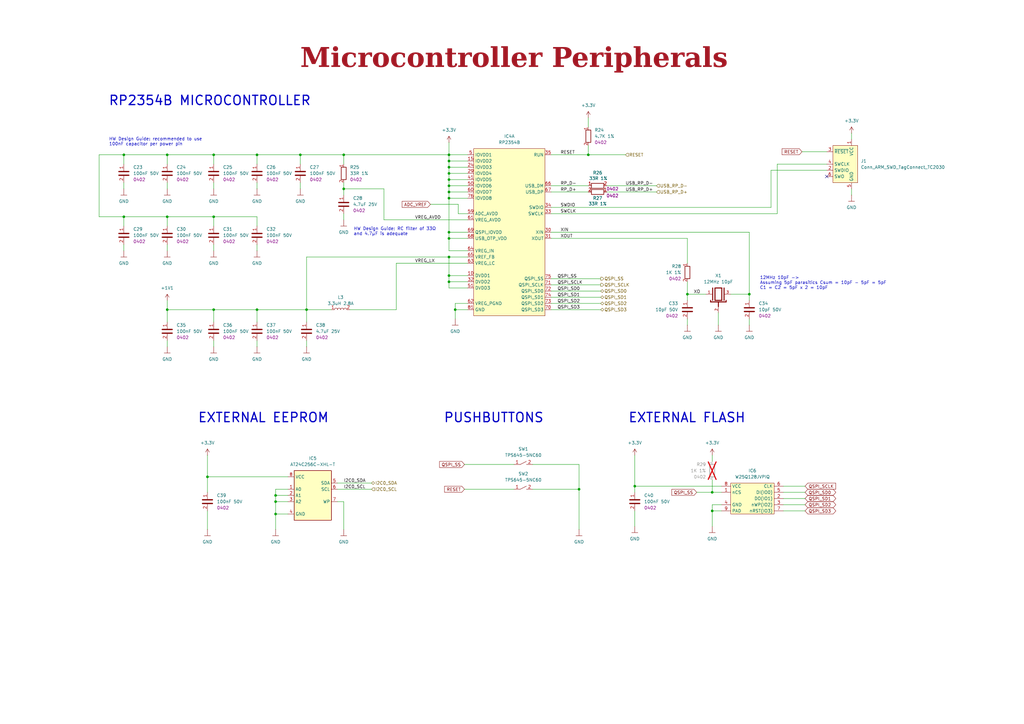
<source format=kicad_sch>
(kicad_sch (version 20250114) (generator "eeschema") (generator_version "9.0")
  (paper "A3")
  (title_block (title "Microcontroller Peripherals") (date "2026-02-05") (rev "1.0.0") (company "DvidMakesThings"))
  (text "EXTERNAL EEPROM" (at 81.026 171.45 0) (effects (font (size 3.81 3.81) (thickness 0.508) (bold yes)) (justify left)))
  (text "PUSHBUTTONS" (at 181.864 171.45 0) (effects (font (size 3.81 3.81) (thickness 0.508) (bold yes)) (justify left)))
  (text "EXTERNAL FLASH" (at 257.556 171.45 0) (effects (font (size 3.81 3.81) (thickness 0.508) (bold yes)) (justify left)))
  (text "RP2354B MICROCONTROLLER" (at 44.45 41.402 0) (effects (font (size 3.81 3.81) (thickness 0.508) (bold yes)) (justify left)))
  (text "HW Design Guide: RC filter of 33Ω\nand 4.7μF is adequate" (at 145.034 94.996 0) (effects (font (size 1.27 1.27)) (justify left)))
  (text "HW Design Guide: recommended to use\n100nF capacitor per power pin" (at 44.704 58.166 0) (effects (font (size 1.27 1.27)) (justify left)))
  (text "12MHz 10pF ->\nAssuming 5pF parasitics Csum = 10pF - 5pF = 5pF\nC1 = C2 = 5pF x 2 = 10pF" (at 311.658 116.078 0) (effects (font (size 1.27 1.27)) (justify left)))
  (text_box "Microcontroller Peripherals" (at 13.97 17.78 0) (size 393.7 12.7) (margins 5.9999 5.9999 5.9999 5.9999) (stroke (width -0.0001)) (effects (font (size 8 8) (thickness 1.2) (bold yes))))
  (junction (at 184.15 71.12))
  (junction (at 184.15 105.41))
  (junction (at 113.03 205.74))
  (junction (at 184.15 76.2))
  (junction (at 87.63 63.5))
  (junction (at 87.63 88.9))
  (junction (at 140.97 77.47))
  (junction (at 105.41 63.5))
  (junction (at 123.19 63.5))
  (junction (at 307.34 120.65))
  (junction (at 186.69 127))
  (junction (at 184.15 95.25))
  (junction (at 237.49 200.66))
  (junction (at 184.15 97.79))
  (junction (at 260.35 199.39))
  (junction (at 184.15 73.66))
  (junction (at 68.58 127))
  (junction (at 85.09 195.58))
  (junction (at 292.1 209.55))
  (junction (at 184.15 63.5))
  (junction (at 50.8 63.5))
  (junction (at 68.58 88.9))
  (junction (at 184.15 68.58))
  (junction (at 241.3 63.5))
  (junction (at 184.15 115.57))
  (junction (at 184.15 81.28))
  (junction (at 281.94 120.65))
  (junction (at 184.15 66.04))
  (junction (at 50.8 88.9))
  (junction (at 68.58 63.5))
  (junction (at 125.73 127))
  (junction (at 140.97 63.5))
  (junction (at 184.15 113.03))
  (junction (at 292.1 201.93))
  (junction (at 113.03 210.82))
  (junction (at 184.15 78.74))
  (junction (at 113.03 203.2))
  (junction (at 105.41 127))
  (junction (at 87.63 127))
  (no_connect (at 339.09 72.39))
  (wire (pts (xy 307.34 133.35) (xy 307.34 130.81)))
  (wire (pts (xy 125.73 105.41) (xy 125.73 127)))
  (wire (pts (xy 191.77 115.57) (xy 184.15 115.57)))
  (wire (pts (xy 162.56 107.95) (xy 191.77 107.95)))
  (wire (pts (xy 292.1 201.93) (xy 285.75 201.93)))
  (wire (pts (xy 68.58 92.71) (xy 68.58 88.9)))
  (wire (pts (xy 226.06 87.63) (xy 318.77 87.63)))
  (wire (pts (xy 184.15 78.74) (xy 191.77 78.74)))
  (wire (pts (xy 191.77 95.25) (xy 184.15 95.25)))
  (wire (pts (xy 191.77 113.03) (xy 184.15 113.03)))
  (wire (pts (xy 105.41 127) (xy 105.41 132.08)))
  (wire (pts (xy 87.63 88.9) (xy 68.58 88.9)))
  (wire (pts (xy 184.15 68.58) (xy 191.77 68.58)))
  (wire (pts (xy 184.15 71.12) (xy 191.77 71.12)))
  (wire (pts (xy 226.06 119.38) (xy 246.38 119.38)))
  (wire (pts (xy 226.06 127) (xy 246.38 127)))
  (wire (pts (xy 184.15 102.87) (xy 184.15 97.79)))
  (wire (pts (xy 87.63 127) (xy 105.41 127)))
  (wire (pts (xy 295.91 199.39) (xy 260.35 199.39)))
  (wire (pts (xy 113.03 203.2) (xy 113.03 205.74)))
  (wire (pts (xy 105.41 63.5) (xy 105.41 67.31)))
  (wire (pts (xy 241.3 63.5) (xy 256.54 63.5)))
  (wire (pts (xy 87.63 63.5) (xy 87.63 67.31)))
  (wire (pts (xy 321.31 199.39) (xy 330.2 199.39)))
  (wire (pts (xy 50.8 88.9) (xy 40.64 88.9)))
  (wire (pts (xy 260.35 186.69) (xy 260.35 199.39)))
  (wire (pts (xy 138.43 205.74) (xy 140.97 205.74)))
  (wire (pts (xy 157.48 90.17) (xy 191.77 90.17)))
  (wire (pts (xy 135.89 127) (xy 125.73 127)))
  (wire (pts (xy 260.35 215.9) (xy 260.35 209.55)))
  (wire (pts (xy 295.91 201.93) (xy 292.1 201.93)))
  (wire (pts (xy 321.31 207.01) (xy 330.2 207.01)))
  (wire (pts (xy 321.31 204.47) (xy 330.2 204.47)))
  (wire (pts (xy 118.11 200.66) (xy 113.03 200.66)))
  (wire (pts (xy 140.97 90.17) (xy 140.97 87.63)))
  (wire (pts (xy 87.63 63.5) (xy 105.41 63.5)))
  (wire (pts (xy 68.58 127) (xy 87.63 127)))
  (wire (pts (xy 349.25 80.01) (xy 349.25 77.47)))
  (wire (pts (xy 226.06 97.79) (xy 281.94 97.79)))
  (wire (pts (xy 218.44 190.5) (xy 237.49 190.5)))
  (wire (pts (xy 125.73 127) (xy 125.73 132.08)))
  (wire (pts (xy 191.77 97.79) (xy 184.15 97.79)))
  (wire (pts (xy 184.15 105.41) (xy 125.73 105.41)))
  (wire (pts (xy 184.15 63.5) (xy 191.77 63.5)))
  (wire (pts (xy 162.56 127) (xy 162.56 107.95)))
  (wire (pts (xy 289.56 120.65) (xy 281.94 120.65)))
  (wire (pts (xy 292.1 186.69) (xy 292.1 189.23)))
  (wire (pts (xy 241.3 48.26) (xy 241.3 52.07)))
  (wire (pts (xy 113.03 205.74) (xy 118.11 205.74)))
  (wire (pts (xy 105.41 77.47) (xy 105.41 74.93)))
  (wire (pts (xy 191.77 81.28) (xy 184.15 81.28)))
  (wire (pts (xy 184.15 81.28) (xy 184.15 78.74)))
  (wire (pts (xy 113.03 210.82) (xy 118.11 210.82)))
  (wire (pts (xy 140.97 205.74) (xy 140.97 217.17)))
  (wire (pts (xy 105.41 127) (xy 125.73 127)))
  (wire (pts (xy 140.97 63.5) (xy 184.15 63.5)))
  (wire (pts (xy 87.63 77.47) (xy 87.63 74.93)))
  (wire (pts (xy 316.23 69.85) (xy 339.09 69.85)))
  (wire (pts (xy 186.69 127) (xy 186.69 130.81)))
  (wire (pts (xy 294.64 133.35) (xy 294.64 128.27)))
  (wire (pts (xy 307.34 120.65) (xy 307.34 123.19)))
  (wire (pts (xy 184.15 118.11) (xy 184.15 115.57)))
  (wire (pts (xy 184.15 73.66) (xy 184.15 71.12)))
  (wire (pts (xy 281.94 97.79) (xy 281.94 107.95)))
  (wire (pts (xy 68.58 102.87) (xy 68.58 100.33)))
  (wire (pts (xy 316.23 85.09) (xy 316.23 69.85)))
  (wire (pts (xy 143.51 127) (xy 162.56 127)))
  (wire (pts (xy 68.58 123.19) (xy 68.58 127)))
  (wire (pts (xy 186.69 127) (xy 191.77 127)))
  (wire (pts (xy 113.03 200.66) (xy 113.03 203.2)))
  (wire (pts (xy 190.5 190.5) (xy 210.82 190.5)))
  (wire (pts (xy 50.8 63.5) (xy 50.8 67.31)))
  (wire (pts (xy 218.44 200.66) (xy 237.49 200.66)))
  (wire (pts (xy 226.06 76.2) (xy 241.3 76.2)))
  (wire (pts (xy 50.8 88.9) (xy 68.58 88.9)))
  (wire (pts (xy 318.77 67.31) (xy 339.09 67.31)))
  (wire (pts (xy 292.1 196.85) (xy 292.1 201.93)))
  (wire (pts (xy 191.77 105.41) (xy 184.15 105.41)))
  (wire (pts (xy 184.15 68.58) (xy 184.15 66.04)))
  (wire (pts (xy 191.77 118.11) (xy 184.15 118.11)))
  (wire (pts (xy 184.15 115.57) (xy 184.15 113.03)))
  (wire (pts (xy 184.15 97.79) (xy 184.15 95.25)))
  (wire (pts (xy 184.15 113.03) (xy 184.15 105.41)))
  (wire (pts (xy 113.03 205.74) (xy 113.03 210.82)))
  (wire (pts (xy 299.72 120.65) (xy 307.34 120.65)))
  (wire (pts (xy 40.64 63.5) (xy 50.8 63.5)))
  (wire (pts (xy 226.06 78.74) (xy 241.3 78.74)))
  (wire (pts (xy 307.34 95.25) (xy 307.34 120.65)))
  (wire (pts (xy 50.8 92.71) (xy 50.8 88.9)))
  (wire (pts (xy 184.15 95.25) (xy 184.15 81.28)))
  (wire (pts (xy 187.96 83.82) (xy 187.96 87.63)))
  (wire (pts (xy 50.8 63.5) (xy 68.58 63.5)))
  (wire (pts (xy 281.94 133.35) (xy 281.94 130.81)))
  (wire (pts (xy 226.06 124.46) (xy 246.38 124.46)))
  (wire (pts (xy 138.43 198.12) (xy 152.4 198.12)))
  (wire (pts (xy 85.09 195.58) (xy 85.09 201.93)))
  (wire (pts (xy 187.96 87.63) (xy 191.77 87.63)))
  (wire (pts (xy 105.41 142.24) (xy 105.41 139.7)))
  (wire (pts (xy 105.41 92.71) (xy 105.41 88.9)))
  (wire (pts (xy 50.8 102.87) (xy 50.8 100.33)))
  (wire (pts (xy 157.48 90.17) (xy 157.48 77.47)))
  (wire (pts (xy 68.58 63.5) (xy 68.58 67.31)))
  (wire (pts (xy 281.94 115.57) (xy 281.94 120.65)))
  (wire (pts (xy 184.15 71.12) (xy 184.15 68.58)))
  (wire (pts (xy 184.15 63.5) (xy 184.15 58.42)))
  (wire (pts (xy 184.15 76.2) (xy 191.77 76.2)))
  (wire (pts (xy 191.77 102.87) (xy 184.15 102.87)))
  (wire (pts (xy 157.48 77.47) (xy 140.97 77.47)))
  (wire (pts (xy 260.35 199.39) (xy 260.35 201.93)))
  (wire (pts (xy 248.92 76.2) (xy 269.24 76.2)))
  (wire (pts (xy 226.06 85.09) (xy 316.23 85.09)))
  (wire (pts (xy 186.69 124.46) (xy 186.69 127)))
  (wire (pts (xy 68.58 142.24) (xy 68.58 139.7)))
  (wire (pts (xy 68.58 77.47) (xy 68.58 74.93)))
  (wire (pts (xy 40.64 88.9) (xy 40.64 63.5)))
  (wire (pts (xy 123.19 63.5) (xy 123.19 67.31)))
  (wire (pts (xy 87.63 142.24) (xy 87.63 139.7)))
  (wire (pts (xy 105.41 88.9) (xy 87.63 88.9)))
  (wire (pts (xy 85.09 186.69) (xy 85.09 195.58)))
  (wire (pts (xy 85.09 217.17) (xy 85.09 209.55)))
  (wire (pts (xy 241.3 59.69) (xy 241.3 63.5)))
  (wire (pts (xy 113.03 203.2) (xy 118.11 203.2)))
  (wire (pts (xy 105.41 63.5) (xy 123.19 63.5)))
  (wire (pts (xy 176.53 83.82) (xy 187.96 83.82)))
  (wire (pts (xy 123.19 63.5) (xy 140.97 63.5)))
  (wire (pts (xy 138.43 200.66) (xy 152.4 200.66)))
  (wire (pts (xy 87.63 102.87) (xy 87.63 100.33)))
  (wire (pts (xy 295.91 207.01) (xy 292.1 207.01)))
  (wire (pts (xy 226.06 121.92) (xy 246.38 121.92)))
  (wire (pts (xy 184.15 78.74) (xy 184.15 76.2)))
  (wire (pts (xy 50.8 77.47) (xy 50.8 74.93)))
  (wire (pts (xy 248.92 78.74) (xy 269.24 78.74)))
  (wire (pts (xy 328.93 62.23) (xy 339.09 62.23)))
  (wire (pts (xy 184.15 73.66) (xy 191.77 73.66)))
  (wire (pts (xy 184.15 66.04) (xy 191.77 66.04)))
  (wire (pts (xy 226.06 116.84) (xy 246.38 116.84)))
  (wire (pts (xy 85.09 195.58) (xy 118.11 195.58)))
  (wire (pts (xy 281.94 120.65) (xy 281.94 123.19)))
  (wire (pts (xy 105.41 102.87) (xy 105.41 100.33)))
  (wire (pts (xy 184.15 76.2) (xy 184.15 73.66)))
  (wire (pts (xy 226.06 114.3) (xy 246.38 114.3)))
  (wire (pts (xy 140.97 77.47) (xy 140.97 80.01)))
  (wire (pts (xy 87.63 88.9) (xy 87.63 92.71)))
  (wire (pts (xy 184.15 66.04) (xy 184.15 63.5)))
  (wire (pts (xy 140.97 74.93) (xy 140.97 77.47)))
  (wire (pts (xy 237.49 200.66) (xy 237.49 217.17)))
  (wire (pts (xy 123.19 77.47) (xy 123.19 74.93)))
  (wire (pts (xy 190.5 200.66) (xy 210.82 200.66)))
  (wire (pts (xy 292.1 207.01) (xy 292.1 209.55)))
  (wire (pts (xy 349.25 54.61) (xy 349.25 57.15)))
  (wire (pts (xy 321.31 201.93) (xy 330.2 201.93)))
  (wire (pts (xy 68.58 132.08) (xy 68.58 127)))
  (wire (pts (xy 321.31 209.55) (xy 330.2 209.55)))
  (wire (pts (xy 237.49 190.5) (xy 237.49 200.66)))
  (wire (pts (xy 87.63 127) (xy 87.63 132.08)))
  (wire (pts (xy 125.73 142.24) (xy 125.73 139.7)))
  (wire (pts (xy 68.58 63.5) (xy 87.63 63.5)))
  (wire (pts (xy 226.06 95.25) (xy 307.34 95.25)))
  (wire (pts (xy 292.1 209.55) (xy 292.1 215.9)))
  (wire (pts (xy 140.97 67.31) (xy 140.97 63.5)))
  (wire (pts (xy 191.77 124.46) (xy 186.69 124.46)))
  (wire (pts (xy 226.06 63.5) (xy 241.3 63.5)))
  (wire (pts (xy 292.1 209.55) (xy 295.91 209.55)))
  (wire (pts (xy 318.77 87.63) (xy 318.77 67.31)))
  (wire (pts (xy 113.03 210.82) (xy 113.03 217.17)))
  (label "I2C0_SDA" (at 140.97 198.12 0))
  (label "QSPI_SD0" (at 228.6 119.38 0))
  (label "QSPI_SD1" (at 228.6 121.92 0))
  (label "USB_RP_D-" (at 256.54 76.2 0))
  (label "XIN" (at 229.87 95.25 0))
  (label "USB_RP_D+" (at 256.54 78.74 0))
  (label "SWDIO" (at 229.87 85.09 0))
  (label "QSPI_SCLK" (at 228.6 116.84 0))
  (label "RESET" (at 229.87 63.5 0))
  (label "VREG_AVDD" (at 170.18 90.17 0))
  (label "XOUT" (at 229.87 97.79 0))
  (label "QSPI_SD2" (at 228.6 124.46 0))
  (label "QSPI_SS" (at 228.6 114.3 0))
  (label "QSPI_SD3" (at 228.6 127 0))
  (label "I2C0_SCL" (at 140.97 200.66 0))
  (label "RP_D-" (at 229.87 76.2 0))
  (label "RP_D+" (at 229.87 78.74 0))
  (label "VREG_LX" (at 170.18 107.95 0))
  (label "XO" (at 284.48 120.65 0))
  (label "SWCLK" (at 229.87 87.63 0))
  (global_label "RESET" (shape input) (at 328.93 62.23 180) (property "Intersheetrefs" "${INTERSHEET_REFS}" (effects (hide yes))))
  (global_label "QSPI_SD0" (shape bidirectional) (at 330.2 201.93 0) (property "Intersheetrefs" "${INTERSHEET_REFS}" (effects (hide yes))))
  (global_label "QSPI_SD1" (shape bidirectional) (at 330.2 204.47 0) (property "Intersheetrefs" "${INTERSHEET_REFS}" (effects (hide yes))))
  (global_label "QSPI_SS" (shape input) (at 190.5 190.5 180) (property "Intersheetrefs" "${INTERSHEET_REFS}" (effects (hide yes))))
  (global_label "RESET" (shape input) (at 190.5 200.66 180) (property "Intersheetrefs" "${INTERSHEET_REFS}" (effects (hide yes))))
  (global_label "QSPI_SCLK" (shape input) (at 330.2 199.39 0) (property "Intersheetrefs" "${INTERSHEET_REFS}" (effects (hide yes))))
  (global_label "ADC_VREF" (shape input) (at 176.53 83.82 180) (property "Intersheetrefs" "${INTERSHEET_REFS}" (effects (hide yes))))
  (global_label "QSPI_SD3" (shape bidirectional) (at 330.2 209.55 0) (property "Intersheetrefs" "${INTERSHEET_REFS}" (effects (hide yes))))
  (global_label "QSPI_SD2" (shape bidirectional) (at 330.2 207.01 0) (property "Intersheetrefs" "${INTERSHEET_REFS}" (effects (hide yes))))
  (global_label "QSPI_SS" (shape input) (at 285.75 201.93 180) (property "Intersheetrefs" "${INTERSHEET_REFS}" (effects (hide yes))))
  (hierarchical_label "QSPI_SD2" (shape bidirectional) (at 246.38 124.46 0))
  (hierarchical_label "QSPI_SD1" (shape bidirectional) (at 246.38 121.92 0))
  (hierarchical_label "QSPI_SCLK" (shape output) (at 246.38 116.84 0))
  (hierarchical_label "USB_RP_D-" (shape input) (at 269.24 76.2 0))
  (hierarchical_label "QSPI_SD0" (shape bidirectional) (at 246.38 119.38 0))
  (hierarchical_label "I2C0_SDA" (shape bidirectional) (at 152.4 198.12 0))
  (hierarchical_label "I2C0_SCL" (shape input) (at 152.4 200.66 0))
  (hierarchical_label "QSPI_SD3" (shape bidirectional) (at 246.38 127 0))
  (hierarchical_label "QSPI_SS" (shape output) (at 246.38 114.3 0))
  (hierarchical_label "USB_RP_D+" (shape input) (at 269.24 78.74 0))
  (hierarchical_label "RESET" (shape input) (at 256.54 63.5 0))
  (symbol (lib_id "DS_Supply:GND") (at 113.03 217.17 0) (unit 1)
    (property "Reference" "#PWR079" (effects (hide yes)))
    (property "Value" "GND" (at 113.03 222.25 0))
    (property "Description" "Power symbol creates a global label with name \"GND\" , ground" (effects (hide yes)))
  )
  (symbol (lib_id "power:+3.3V") (at 292.1 186.69 0) (unit 1)
    (property "Reference" "#PWR075" (effects (hide yes)))
    (property "Value" "+3.3V" (at 292.1 181.61 0))
    (property "Description" "Power symbol creates a global label with name \"+3.3V\"" (effects (hide yes)))
  )
  (symbol (lib_id "DS_Capacitor_0402:100nF 50V 0402") (at 105.41 71.12 0) (unit 1)
    (property "Reference" "C26" (at 109.22 68.5799 0) (effects (justify left)))
    (property "Value" "100nF 50V" (at 109.22 71.1199 0) (effects (justify left)))
    (property "Footprint" "Capacitor_SMD:C_0402_1005Metric" (effects (hide yes)))
    (property "Description" "50V 100nF X7R ±10% 0402 Multilayer Ceramic Capacitors MLCC - SMD/SMT ROHS" (effects (hide yes)))
    (property "FOOTPRINT_SHORT" "0402" (at 109.22 73.6599 0) (effects (justify left)))
    (property "ROHS" "YES" (effects (hide yes)))
    (property "LCSC_PART" "C307331" (effects (hide yes)))
  )
  (symbol (lib_id "DS_Supply:GND") (at 349.25 80.01 0) (unit 1)
    (property "Reference" "#PWR058" (effects (hide yes)))
    (property "Value" "GND" (at 349.25 85.09 0))
    (property "Description" "Power symbol creates a global label with name \"GND\" , ground" (effects (hide yes)))
  )
  (symbol (lib_id "DS_Resistor_0402:1K 1% 0402") (at 281.94 111.76 0) (unit 1)
    (property "Reference" "R28" (at 279.4 109.2199 0) (effects (justify right)))
    (property "Value" "1K 1%" (at 279.4 111.7599 0) (effects (justify right)))
    (property "Footprint" "Resistor_SMD:R_0402_1005Metric" (effects (hide yes)))
    (property "Description" "62.5mW Thick Film Resistors 50V ±100ppm/℃ ±1% 1kΩ 0402 Chip Resistor - Surface Mount ROHS" (effects (hide yes)))
    (property "LCSC_PART" "C11702" (effects (hide yes)))
    (property "ROHS" "YES" (effects (hide yes)))
    (property "FOOTPRINT_SHORT" "0402" (at 279.4 114.2999 0) (effects (justify right)))
    (property "MFR" "FH" (effects (hide yes)))
  )
  (symbol (lib_id "DS_Supply:GND") (at 87.63 102.87 0) (unit 1)
    (property "Reference" "#PWR062" (effects (hide yes)))
    (property "Value" "GND" (at 87.63 107.95 0))
    (property "Description" "Power symbol creates a global label with name \"GND\" , ground" (effects (hide yes)))
  )
  (symbol (lib_id "DS_Capacitor_0402:100nF 50V 0402") (at 68.58 96.52 0) (unit 1)
    (property "Reference" "C30" (at 72.39 93.9799 0) (effects (justify left)))
    (property "Value" "100nF 50V" (at 72.39 96.5199 0) (effects (justify left)))
    (property "Footprint" "Capacitor_SMD:C_0402_1005Metric" (effects (hide yes)))
    (property "Description" "50V 100nF X7R ±10% 0402 Multilayer Ceramic Capacitors MLCC - SMD/SMT ROHS" (effects (hide yes)))
    (property "FOOTPRINT_SHORT" "0402" (at 72.39 99.0599 0) (effects (justify left)))
    (property "ROHS" "YES" (effects (hide yes)))
    (property "LCSC_PART" "C307331" (effects (hide yes)))
  )
  (symbol (lib_id "DS_Resistor_0402:4.7K 1% 0402") (at 241.3 55.88 0) (unit 1)
    (property "Reference" "R24" (at 243.84 53.3399 0) (effects (justify left)))
    (property "Value" "4.7K 1%" (at 243.84 55.8799 0) (effects (justify left)))
    (property "Footprint" "Resistor_SMD:R_0402_1005Metric" (effects (hide yes)))
    (property "Description" "62.5mW Thick Film Resistors 50V ±100ppm/℃ ±1% 4.7kΩ 0402 Chip Resistor - Surface Mount ROHS" (effects (hide yes)))
    (property "LCSC_PART" "C25900" (effects (hide yes)))
    (property "ROHS" "YES" (effects (hide yes)))
    (property "FOOTPRINT_SHORT" "0402" (at 243.84 58.4199 0) (effects (justify left)))
  )
  (symbol (lib_id "power:+3.3V") (at 85.09 186.69 0) (unit 1)
    (property "Reference" "#PWR073" (effects (hide yes)))
    (property "Value" "+3.3V" (at 85.09 181.61 0))
    (property "Description" "Power symbol creates a global label with name \"+3.3V\"" (effects (hide yes)))
  )
  (symbol (lib_id "DS_Supply:GND") (at 105.41 77.47 0) (unit 1)
    (property "Reference" "#PWR056" (effects (hide yes)))
    (property "Value" "GND" (at 105.41 82.55 0))
    (property "Description" "Power symbol creates a global label with name \"GND\" , ground" (effects (hide yes)))
  )
  (symbol (lib_id "DS_Switch:Tact_Switch") (at 214.63 190.5 0) (unit 1)
    (property "Reference" "SW1" (at 214.63 184.15 0))
    (property "Value" "TPS645-5NC60" (at 214.63 186.69 0))
    (property "Footprint" "DS_Switch:SW_TS04-66-43-BK-160-SMT" (effects (hide yes)))
    (property "Datasheet" "https://jlcpcb.com/api/file/downloadByFileSystemAccessId/8603189871485857792" (effects (hide yes)))
    (property "Description" "Tactile Switch/Push Button Switch ROHS" (effects (hide yes)))
    (property "MFR" "ROCPU " (effects (hide yes)))
    (property "MPN" "TPS645-5NC60" (effects (hide yes)))
    (property "LCSC_PART" "C19191552" (effects (hide yes)))
    (property "ROHS" "YES" (effects (hide yes)))
  )
  (symbol (lib_id "DS_Supply:GND") (at 50.8 102.87 0) (unit 1)
    (property "Reference" "#PWR060" (effects (hide yes)))
    (property "Value" "GND" (at 50.8 107.95 0))
    (property "Description" "Power symbol creates a global label with name \"GND\" , ground" (effects (hide yes)))
  )
  (symbol (lib_id "DS_Capacitor_0402:100nF 50V 0402") (at 260.35 205.74 0) (unit 1)
    (property "Reference" "C40" (at 264.16 203.1999 0) (effects (justify left)))
    (property "Value" "100nF 50V" (at 264.16 205.7399 0) (effects (justify left)))
    (property "Footprint" "Capacitor_SMD:C_0402_1005Metric" (effects (hide yes)))
    (property "Description" "50V 100nF X7R ±10% 0402 Multilayer Ceramic Capacitors MLCC - SMD/SMT ROHS" (effects (hide yes)))
    (property "FOOTPRINT_SHORT" "0402" (at 264.16 208.2799 0) (effects (justify left)))
    (property "ROHS" "YES" (effects (hide yes)))
    (property "LCSC_PART" "C307331" (effects (hide yes)))
  )
  (symbol (lib_id "DS_Supply:GND") (at 186.69 130.81 0) (unit 1)
    (property "Reference" "#PWR065" (effects (hide yes)))
    (property "Value" "GND" (at 186.69 135.89 0))
    (property "Description" "Power symbol creates a global label with name \"GND\" , ground" (effects (hide yes)))
  )
  (symbol (lib_id "DS_Supply:GND") (at 68.58 102.87 0) (unit 1)
    (property "Reference" "#PWR061" (effects (hide yes)))
    (property "Value" "GND" (at 68.58 107.95 0))
    (property "Description" "Power symbol creates a global label with name \"GND\" , ground" (effects (hide yes)))
  )
  (symbol (lib_id "DS_Inductor:3.3uH_2.8A") (at 139.7 127 0) (unit 1)
    (property "Reference" "L3" (at 139.7 121.92 0))
    (property "Value" "3.3uH 2.8A" (at 139.7 124.46 0))
    (property "Footprint" "DS_Inductor:0805" (effects (hide yes)))
    (property "Datasheet" "https://abracon.com/datasheets/AOTA-B201610S3R3-101-T.pdf" (effects (hide yes)))
    (property "Description" "MINI MOLDED POWER INDUCTOR (3.3µH )" (effects (hide yes)))
    (property "LCSC_PART" "C42411119" (effects (hide yes)))
    (property "ROHS" "YES" (effects (hide yes)))
    (property "MPN" "AOTA-B201610S3R3-101-T" (effects (hide yes)))
    (property "MFR" "Abracon " (effects (hide yes)))
  )
  (symbol (lib_id "DS_Supply:GND") (at 68.58 77.47 0) (unit 1)
    (property "Reference" "#PWR054" (effects (hide yes)))
    (property "Value" "GND" (at 68.58 82.55 0))
    (property "Description" "Power symbol creates a global label with name \"GND\" , ground" (effects (hide yes)))
  )
  (symbol (lib_id "DS_Capacitor_0402:100nF 50V 0402") (at 68.58 135.89 0) (unit 1)
    (property "Reference" "C35" (at 72.39 133.3499 0) (effects (justify left)))
    (property "Value" "100nF 50V" (at 72.39 135.8899 0) (effects (justify left)))
    (property "Footprint" "Capacitor_SMD:C_0402_1005Metric" (effects (hide yes)))
    (property "Description" "50V 100nF X7R ±10% 0402 Multilayer Ceramic Capacitors MLCC - SMD/SMT ROHS" (effects (hide yes)))
    (property "FOOTPRINT_SHORT" "0402" (at 72.39 138.4299 0) (effects (justify left)))
    (property "ROHS" "YES" (effects (hide yes)))
    (property "LCSC_PART" "C307331" (effects (hide yes)))
  )
  (symbol (lib_id "DS_Capacitor_0402:100nF 50V 0402") (at 85.09 205.74 0) (unit 1)
    (property "Reference" "C39" (at 88.9 203.1999 0) (effects (justify left)))
    (property "Value" "100nF 50V" (at 88.9 205.7399 0) (effects (justify left)))
    (property "Footprint" "Capacitor_SMD:C_0402_1005Metric" (effects (hide yes)))
    (property "Description" "50V 100nF X7R ±10% 0402 Multilayer Ceramic Capacitors MLCC - SMD/SMT ROHS" (effects (hide yes)))
    (property "FOOTPRINT_SHORT" "0402" (at 88.9 208.2799 0) (effects (justify left)))
    (property "ROHS" "YES" (effects (hide yes)))
    (property "LCSC_PART" "C307331" (effects (hide yes)))
  )
  (symbol (lib_id "DS_Capacitor_0402:100nF 50V 0402") (at 50.8 96.52 0) (unit 1)
    (property "Reference" "C29" (at 54.61 93.9799 0) (effects (justify left)))
    (property "Value" "100nF 50V" (at 54.61 96.5199 0) (effects (justify left)))
    (property "Footprint" "Capacitor_SMD:C_0402_1005Metric" (effects (hide yes)))
    (property "Description" "50V 100nF X7R ±10% 0402 Multilayer Ceramic Capacitors MLCC - SMD/SMT ROHS" (effects (hide yes)))
    (property "FOOTPRINT_SHORT" "0402" (at 54.61 99.0599 0) (effects (justify left)))
    (property "ROHS" "YES" (effects (hide yes)))
    (property "LCSC_PART" "C307331" (effects (hide yes)))
  )
  (symbol (lib_id "DS_Supply:GND") (at 85.09 217.17 0) (unit 1)
    (property "Reference" "#PWR078" (effects (hide yes)))
    (property "Value" "GND" (at 85.09 222.25 0))
    (property "Description" "Power symbol creates a global label with name \"GND\" , ground" (effects (hide yes)))
  )
  (symbol (lib_id "DS_Supply:GND") (at 307.34 133.35 0) (unit 1)
    (property "Reference" "#PWR068" (effects (hide yes)))
    (property "Value" "GND" (at 307.34 138.43 0))
    (property "Description" "Power symbol creates a global label with name \"GND\" , ground" (effects (hide yes)))
  )
  (symbol (lib_id "DS_Resistor_0402:33R 1% 0402") (at 140.97 71.12 0) (unit 1)
    (property "Reference" "R25" (at 143.51 68.5799 0) (effects (justify left)))
    (property "Value" "33R 1%" (at 143.51 71.1199 0) (effects (justify left)))
    (property "Footprint" "Resistor_SMD:R_0402_1005Metric" (effects (hide yes)))
    (property "Description" "-55℃~+155℃ 33Ω 50V 62.5mW Thick Film Resistor ±1% ±100ppm/℃ 0402 Chip Resistor - Surface Mount ROHS" (effects (hide yes)))
    (property "LCSC_PART" "C25105" (effects (hide yes)))
    (property "ROHS" "YES" (effects (hide yes)))
    (property "FOOTPRINT_SHORT" "0402" (at 143.51 73.6599 0) (effects (justify left)))
    (property "MFR" "ROHM" (effects (hide yes)))
  )
  (symbol (lib_id "DS_Capacitor_0402:10pF 50V 0402") (at 307.34 127 0) (unit 1)
    (property "Reference" "C34" (at 311.15 124.4599 0) (effects (justify left)))
    (property "Value" "10pF 50V" (at 311.15 126.9999 0) (effects (justify left)))
    (property "Footprint" "Capacitor_SMD:C_0402_1005Metric" (effects (hide yes)))
    (property "Description" "10pF 50V C0G ±5% 0402 Multilayer Ceramic Capacitors MLCC - SMD/SMT ROHS" (effects (hide yes)))
    (property "FOOTPRINT_SHORT" "0402" (at 311.15 129.5399 0) (effects (justify left)))
    (property "ROHS" "YES" (effects (hide yes)))
    (property "LCSC_PART" "C466222" (effects (hide yes)))
    (property "MFR" "CCTC" (effects (hide yes)))
  )
  (symbol (lib_id "power:+3.3V") (at 260.35 186.69 0) (unit 1)
    (property "Reference" "#PWR074" (effects (hide yes)))
    (property "Value" "+3.3V" (at 260.35 181.61 0))
    (property "Description" "Power symbol creates a global label with name \"+3.3V\"" (effects (hide yes)))
  )
  (symbol (lib_id "DS_Capacitor_0402:10pF 50V 0402") (at 281.94 127 0) (mirror y) (unit 1)
    (property "Reference" "C33" (at 278.13 124.4599 0) (effects (justify left)))
    (property "Value" "10pF 50V" (at 278.13 126.9999 0) (effects (justify left)))
    (property "Footprint" "Capacitor_SMD:C_0402_1005Metric" (effects (hide yes)))
    (property "Description" "10pF 50V C0G ±5% 0402 Multilayer Ceramic Capacitors MLCC - SMD/SMT ROHS" (effects (hide yes)))
    (property "FOOTPRINT_SHORT" "0402" (at 278.13 129.5399 0) (effects (justify left)))
    (property "ROHS" "YES" (effects (hide yes)))
    (property "LCSC_PART" "C466222" (effects (hide yes)))
    (property "MFR" "CCTC" (effects (hide yes)))
  )
  (symbol (lib_id "power:+1V1") (at 68.58 123.19 0) (unit 1)
    (property "Reference" "#PWR064" (effects (hide yes)))
    (property "Value" "+1V1" (at 68.58 118.11 0))
    (property "Description" "Power symbol creates a global label with name \"+1V1\"" (effects (hide yes)))
  )
  (symbol (lib_id "DS_Supply:GND") (at 105.41 102.87 0) (unit 1)
    (property "Reference" "#PWR063" (effects (hide yes)))
    (property "Value" "GND" (at 105.41 107.95 0))
    (property "Description" "Power symbol creates a global label with name \"GND\" , ground" (effects (hide yes)))
  )
  (symbol (lib_id "DS_Capacitor_0402:4.7uF 25V 0402") (at 125.73 135.89 0) (unit 1)
    (property "Reference" "C38" (at 129.54 133.3499 0) (effects (justify left)))
    (property "Value" "4.7uF 25V" (at 129.54 135.8899 0) (effects (justify left)))
    (property "Footprint" "Capacitor_SMD:C_0402_1005Metric" (effects (hide yes)))
    (property "Description" "25V 4.7uF X5R ±20% 0402 Multilayer Ceramic Capacitors MLCC - SMD/SMT ROHS" (effects (hide yes)))
    (property "FOOTPRINT_SHORT" "0402" (at 129.54 138.4299 0) (effects (justify left)))
    (property "ROHS" "YES" (effects (hide yes)))
    (property "LCSC_PART" "C22367824" (effects (hide yes)))
    (property "MFR" "Murata" (effects (hide yes)))
  )
  (symbol (lib_id "DS_Memory:W25Q128JVPIQ") (at 308.61 204.47 0) (unit 1)
    (property "Reference" "IC6" (at 308.61 193.04 0))
    (property "Value" "W25Q128JVPIQ" (at 308.61 195.58 0))
    (property "Footprint" "DS_Memory:WSON8_6x5" (effects (hide yes)))
    (property "Datasheet" "https://www.winbond.com/resource-files/w25q128jv%20revf%2003272018%20plus.pdf" (effects (hide yes)))
    (property "Description" "FLASH - NOR Memory IC 128Mbit SPI - Quad I/O, QPI 133 MHz 8-WSON (6x5)" (effects (hide yes)))
    (property "MPN" "W25Q128JVPIQ" (effects (hide yes)))
    (property "MFR" "Winbond Electronics" (effects (hide yes)))
    (property "ROHS" "YES" (effects (hide yes)))
    (property "LCSC_PART" "C190862" (effects (hide yes)))
  )
  (symbol (lib_id "DS_Capacitor_0402:100nF 50V 0402") (at 50.8 71.12 0) (unit 1)
    (property "Reference" "C23" (at 54.61 68.5799 0) (effects (justify left)))
    (property "Value" "100nF 50V" (at 54.61 71.1199 0) (effects (justify left)))
    (property "Footprint" "Capacitor_SMD:C_0402_1005Metric" (effects (hide yes)))
    (property "Description" "50V 100nF X7R ±10% 0402 Multilayer Ceramic Capacitors MLCC - SMD/SMT ROHS" (effects (hide yes)))
    (property "FOOTPRINT_SHORT" "0402" (at 54.61 73.6599 0) (effects (justify left)))
    (property "ROHS" "YES" (effects (hide yes)))
    (property "LCSC_PART" "C307331" (effects (hide yes)))
  )
  (symbol (lib_id "DS_Capacitor_0402:100nF 50V 0402") (at 105.41 96.52 0) (unit 1)
    (property "Reference" "C32" (at 109.22 93.9799 0) (effects (justify left)))
    (property "Value" "100nF 50V" (at 109.22 96.5199 0) (effects (justify left)))
    (property "Footprint" "Capacitor_SMD:C_0402_1005Metric" (effects (hide yes)))
    (property "Description" "50V 100nF X7R ±10% 0402 Multilayer Ceramic Capacitors MLCC - SMD/SMT ROHS" (effects (hide yes)))
    (property "FOOTPRINT_SHORT" "0402" (at 109.22 99.0599 0) (effects (justify left)))
    (property "ROHS" "YES" (effects (hide yes)))
    (property "LCSC_PART" "C307331" (effects (hide yes)))
  )
  (symbol (lib_id "DS_Microcontroller:RP2354B") (at 208.28 95.25 0) (unit 1)
    (property "Reference" "IC4" (at 208.915 55.88 0))
    (property "Value" "RP2354B" (at 208.915 58.42 0))
    (property "Footprint" "DS_Microcontroller:QFN80_10x10" (effects (hide yes)))
    (property "Datasheet" "https://pip-assets.raspberrypi.com/categories/1214-rp2350/documents/RP-008373-DS-2-rp2350-datasheet.pdf?disposition=inline" (effects (hide yes)))
    (property "Description" "QFN-80-EP(10x10) Microcontrollers (MCU/MPU/SOC) ROHS" (effects (hide yes)))
    (property "LCSC_PART" "C39843328" (effects (hide yes)))
    (property "MFR" "Raspberry Pi " (effects (hide yes)))
    (property "MPN" "RP2354B" (effects (hide yes)))
    (property "ROHS" "YES" (effects (hide yes)))
  )
  (symbol (lib_id "DS_Supply:GND") (at 87.63 77.47 0) (unit 1)
    (property "Reference" "#PWR055" (effects (hide yes)))
    (property "Value" "GND" (at 87.63 82.55 0))
    (property "Description" "Power symbol creates a global label with name \"GND\" , ground" (effects (hide yes)))
  )
  (symbol (lib_id "DS_Capacitor_0402:100nF 50V 0402") (at 105.41 135.89 0) (unit 1)
    (property "Reference" "C37" (at 109.22 133.3499 0) (effects (justify left)))
    (property "Value" "100nF 50V" (at 109.22 135.8899 0) (effects (justify left)))
    (property "Footprint" "Capacitor_SMD:C_0402_1005Metric" (effects (hide yes)))
    (property "Description" "50V 100nF X7R ±10% 0402 Multilayer Ceramic Capacitors MLCC - SMD/SMT ROHS" (effects (hide yes)))
    (property "FOOTPRINT_SHORT" "0402" (at 109.22 138.4299 0) (effects (justify left)))
    (property "ROHS" "YES" (effects (hide yes)))
    (property "LCSC_PART" "C307331" (effects (hide yes)))
  )
  (symbol (lib_id "DS_Supply:GND") (at 123.19 77.47 0) (unit 1)
    (property "Reference" "#PWR057" (effects (hide yes)))
    (property "Value" "GND" (at 123.19 82.55 0))
    (property "Description" "Power symbol creates a global label with name \"GND\" , ground" (effects (hide yes)))
  )
  (symbol (lib_id "DS_Supply:GND") (at 50.8 77.47 0) (unit 1)
    (property "Reference" "#PWR053" (effects (hide yes)))
    (property "Value" "GND" (at 50.8 82.55 0))
    (property "Description" "Power symbol creates a global label with name \"GND\" , ground" (effects (hide yes)))
  )
  (symbol (lib_id "DS_Supply:GND") (at 140.97 90.17 0) (unit 1)
    (property "Reference" "#PWR059" (effects (hide yes)))
    (property "Value" "GND" (at 140.97 95.25 0))
    (property "Description" "Power symbol creates a global label with name \"GND\" , ground" (effects (hide yes)))
  )
  (symbol (lib_id "DS_Supply:GND") (at 125.73 142.24 0) (unit 1)
    (property "Reference" "#PWR072" (effects (hide yes)))
    (property "Value" "GND" (at 125.73 147.32 0))
    (property "Description" "Power symbol creates a global label with name \"GND\" , ground" (effects (hide yes)))
  )
  (symbol (lib_id "power:+3.3V") (at 184.15 58.42 0) (unit 1)
    (property "Reference" "#PWR052" (effects (hide yes)))
    (property "Value" "+3.3V" (at 184.15 53.34 0))
    (property "Description" "Power symbol creates a global label with name \"+3.3V\"" (effects (hide yes)))
  )
  (symbol (lib_id "DS_Supply:GND") (at 105.41 142.24 0) (unit 1)
    (property "Reference" "#PWR071" (effects (hide yes)))
    (property "Value" "GND" (at 105.41 147.32 0))
    (property "Description" "Power symbol creates a global label with name \"GND\" , ground" (effects (hide yes)))
  )
  (symbol (lib_id "power:+3.3V") (at 241.3 48.26 0) (unit 1)
    (property "Reference" "#PWR050" (effects (hide yes)))
    (property "Value" "+3.3V" (at 241.3 43.18 0))
    (property "Description" "Power symbol creates a global label with name \"+3.3V\"" (effects (hide yes)))
  )
  (symbol (lib_id "power:+3.3V") (at 349.25 54.61 0) (unit 1)
    (property "Reference" "#PWR051" (effects (hide yes)))
    (property "Value" "+3.3V" (at 349.25 49.53 0))
    (property "Description" "Power symbol creates a global label with name \"+3.3V\"" (effects (hide yes)))
  )
  (symbol (lib_id "Connector:Conn_ARM_SWD_TagConnect_TC2030") (at 346.71 67.31 0) (mirror y) (unit 1) (in_bom no)
    (property "Reference" "J1" (at 353.06 66.0399 0) (effects (justify right)))
    (property "Value" "Conn_ARM_SWD_TagConnect_TC2030" (at 353.06 68.5799 0) (effects (justify right)))
    (property "Footprint" "Connector:Tag-Connect_TC2030-IDC-FP_2x03_P1.27mm_Vertical" (effects (hide yes)))
    (property "Datasheet" "https://www.tag-connect.com/wp-content/uploads/bsk-pdf-manager/TC2030-CTX_1.pdf" (effects (hide yes)))
    (property "Description" "Tag-Connect ARM Cortex SWD JTAG connector, 6 pin" (effects (hide yes)))
  )
  (symbol (lib_id "DS_Supply:GND") (at 68.58 142.24 0) (unit 1)
    (property "Reference" "#PWR069" (effects (hide yes)))
    (property "Value" "GND" (at 68.58 147.32 0))
    (property "Description" "Power symbol creates a global label with name \"GND\" , ground" (effects (hide yes)))
  )
  (symbol (lib_id "DS_Capacitor_0402:100nF 50V 0402") (at 87.63 135.89 0) (unit 1)
    (property "Reference" "C36" (at 91.44 133.3499 0) (effects (justify left)))
    (property "Value" "100nF 50V" (at 91.44 135.8899 0) (effects (justify left)))
    (property "Footprint" "Capacitor_SMD:C_0402_1005Metric" (effects (hide yes)))
    (property "Description" "50V 100nF X7R ±10% 0402 Multilayer Ceramic Capacitors MLCC - SMD/SMT ROHS" (effects (hide yes)))
    (property "FOOTPRINT_SHORT" "0402" (at 91.44 138.4299 0) (effects (justify left)))
    (property "ROHS" "YES" (effects (hide yes)))
    (property "LCSC_PART" "C307331" (effects (hide yes)))
  )
  (symbol (lib_id "DS_Resistor_0402:1K 1% 0402") (at 292.1 193.04 0) (unit 1) (in_bom no) (dnp yes)
    (property "Reference" "R29" (at 289.56 190.4999 0) (effects (justify right)))
    (property "Value" "1K 1%" (at 289.56 193.0399 0) (effects (justify right)))
    (property "Footprint" "Resistor_SMD:R_0402_1005Metric" (effects (hide yes)))
    (property "Description" "62.5mW Thick Film Resistors 50V ±100ppm/℃ ±1% 1kΩ 0402 Chip Resistor - Surface Mount ROHS" (effects (hide yes)))
    (property "LCSC_PART" "C11702" (effects (hide yes)))
    (property "ROHS" "YES" (effects (hide yes)))
    (property "FOOTPRINT_SHORT" "0402" (at 289.56 195.5799 0) (effects (justify right)))
    (property "MFR" "FH" (effects (hide yes)))
  )
  (symbol (lib_id "DS_Supply:GND") (at 260.35 215.9 0) (unit 1)
    (property "Reference" "#PWR076" (effects (hide yes)))
    (property "Value" "GND" (at 260.35 220.98 0))
    (property "Description" "Power symbol creates a global label with name \"GND\" , ground" (effects (hide yes)))
  )
  (symbol (lib_id "DS_Memory:AT24C256C") (at 128.27 204.47 0) (unit 1)
    (property "Reference" "IC5" (at 128.27 187.96 0))
    (property "Value" "AT24C256C-XHL-T" (at 128.27 190.5 0))
    (property "Footprint" "DS_Memory:TSSOP-8" (effects (hide yes)))
    (property "Datasheet" "https://ww1.microchip.com/downloads/aemDocuments/documents/MPD/ProductDocuments/DataSheets/AT24C256C-I%C2%B2C-Compatible-%28Two-Wire%29-Serial-EEPROM-256-Kbit-%2832%2C768x8%29-Data-Sheet-DS20006042.pdf" (effects (hide yes)))
    (property "Description" "EEPROM Memory IC 256Kbit I2C 1 MHz 550 ns 8-TSSOP" (effects (hide yes)))
    (property "MPN" "AT24C256C-XHL-T" (effects (hide yes)))
    (property "MFR" "Microchip" (effects (hide yes)))
    (property "ROHS" "YES" (effects (hide yes)))
    (property "LCSC_PART" "C33035" (effects (hide yes)))
    (property "LCSC_PRICE" "EUR 0.3996" (effects (hide yes)))
    (property "DIST1" "https://www.digikey.at/en/products/detail/microchip-technology/at24c256c-xhl-t/2271164" (effects (hide yes)))
    (property "PPU1" "EUR 0.580 DIGI" (effects (hide yes)))
  )
  (symbol (lib_id "DS_Supply:GND") (at 292.1 215.9 0) (unit 1)
    (property "Reference" "#PWR077" (effects (hide yes)))
    (property "Value" "GND" (at 292.1 220.98 0))
    (property "Description" "Power symbol creates a global label with name \"GND\" , ground" (effects (hide yes)))
  )
  (symbol (lib_id "DS_Capacitor_0402:100nF 50V 0402") (at 123.19 71.12 0) (unit 1)
    (property "Reference" "C27" (at 127 68.5799 0) (effects (justify left)))
    (property "Value" "100nF 50V" (at 127 71.1199 0) (effects (justify left)))
    (property "Footprint" "Capacitor_SMD:C_0402_1005Metric" (effects (hide yes)))
    (property "Description" "50V 100nF X7R ±10% 0402 Multilayer Ceramic Capacitors MLCC - SMD/SMT ROHS" (effects (hide yes)))
    (property "FOOTPRINT_SHORT" "0402" (at 127 73.6599 0) (effects (justify left)))
    (property "ROHS" "YES" (effects (hide yes)))
    (property "LCSC_PART" "C307331" (effects (hide yes)))
  )
  (symbol (lib_id "DS_Resistor_0402:33R 1% 0402") (at 245.11 78.74 270) (mirror x) (unit 1)
    (property "Reference" "R27" (at 245.11 81.28 90))
    (property "Value" "33R 1%" (at 245.11 83.566 90))
    (property "Footprint" "Resistor_SMD:R_0402_1005Metric" (effects (hide yes)))
    (property "Description" "-55℃~+155℃ 33Ω 50V 62.5mW Thick Film Resistor ±1% ±100ppm/℃ 0402 Chip Resistor - Surface Mount ROHS" (effects (hide yes)))
    (property "LCSC_PART" "C25105" (effects (hide yes)))
    (property "ROHS" "YES" (effects (hide yes)))
    (property "FOOTPRINT_SHORT" "0402" (at 251.206 80.264 90))
    (property "MFR" "ROHM" (effects (hide yes)))
  )
  (symbol (lib_id "DS_Capacitor_0402:4.7uF 25V 0402") (at 140.97 83.82 0) (unit 1)
    (property "Reference" "C28" (at 144.78 81.2799 0) (effects (justify left)))
    (property "Value" "4.7uF 25V" (at 144.78 83.8199 0) (effects (justify left)))
    (property "Footprint" "Capacitor_SMD:C_0402_1005Metric" (effects (hide yes)))
    (property "Description" "25V 4.7uF X5R ±20% 0402 Multilayer Ceramic Capacitors MLCC - SMD/SMT ROHS" (effects (hide yes)))
    (property "FOOTPRINT_SHORT" "0402" (at 144.78 86.3599 0) (effects (justify left)))
    (property "ROHS" "YES" (effects (hide yes)))
    (property "LCSC_PART" "C22367824" (effects (hide yes)))
    (property "MFR" "Murata" (effects (hide yes)))
  )
  (symbol (lib_id "DS_Supply:GND") (at 87.63 142.24 0) (unit 1)
    (property "Reference" "#PWR070" (effects (hide yes)))
    (property "Value" "GND" (at 87.63 147.32 0))
    (property "Description" "Power symbol creates a global label with name \"GND\" , ground" (effects (hide yes)))
  )
  (symbol (lib_id "DS_Switch:Tact_Switch") (at 214.63 200.66 0) (unit 1)
    (property "Reference" "SW2" (at 214.63 194.31 0))
    (property "Value" "TPS645-5NC60" (at 214.63 196.85 0))
    (property "Footprint" "DS_Switch:SW_TS04-66-43-BK-160-SMT" (effects (hide yes)))
    (property "Datasheet" "https://jlcpcb.com/api/file/downloadByFileSystemAccessId/8603189871485857792" (effects (hide yes)))
    (property "Description" "Tactile Switch/Push Button Switch ROHS" (effects (hide yes)))
    (property "MFR" "ROCPU " (effects (hide yes)))
    (property "MPN" "TPS645-5NC60" (effects (hide yes)))
    (property "LCSC_PART" "C19191552" (effects (hide yes)))
    (property "ROHS" "YES" (effects (hide yes)))
  )
  (symbol (lib_id "DS_Supply:GND") (at 294.64 133.35 0) (unit 1)
    (property "Reference" "#PWR067" (effects (hide yes)))
    (property "Value" "GND" (at 294.64 138.43 0))
    (property "Description" "Power symbol creates a global label with name \"GND\" , ground" (effects (hide yes)))
  )
  (symbol (lib_id "DS_Capacitor_0402:100nF 50V 0402") (at 87.63 71.12 0) (unit 1)
    (property "Reference" "C25" (at 91.44 68.5799 0) (effects (justify left)))
    (property "Value" "100nF 50V" (at 91.44 71.1199 0) (effects (justify left)))
    (property "Footprint" "Capacitor_SMD:C_0402_1005Metric" (effects (hide yes)))
    (property "Description" "50V 100nF X7R ±10% 0402 Multilayer Ceramic Capacitors MLCC - SMD/SMT ROHS" (effects (hide yes)))
    (property "FOOTPRINT_SHORT" "0402" (at 91.44 73.6599 0) (effects (justify left)))
    (property "ROHS" "YES" (effects (hide yes)))
    (property "LCSC_PART" "C307331" (effects (hide yes)))
  )
  (symbol (lib_id "DS_Supply:GND") (at 237.49 217.17 0) (unit 1)
    (property "Reference" "#PWR081" (effects (hide yes)))
    (property "Value" "GND" (at 237.49 222.25 0))
    (property "Description" "Power symbol creates a global label with name \"GND\" , ground" (effects (hide yes)))
  )
  (symbol (lib_id "DS_Capacitor_0402:100nF 50V 0402") (at 87.63 96.52 0) (unit 1)
    (property "Reference" "C31" (at 91.44 93.9799 0) (effects (justify left)))
    (property "Value" "100nF 50V" (at 91.44 96.5199 0) (effects (justify left)))
    (property "Footprint" "Capacitor_SMD:C_0402_1005Metric" (effects (hide yes)))
    (property "Description" "50V 100nF X7R ±10% 0402 Multilayer Ceramic Capacitors MLCC - SMD/SMT ROHS" (effects (hide yes)))
    (property "FOOTPRINT_SHORT" "0402" (at 91.44 99.0599 0) (effects (justify left)))
    (property "ROHS" "YES" (effects (hide yes)))
    (property "LCSC_PART" "C307331" (effects (hide yes)))
  )
  (symbol (lib_id "DS_Supply:GND") (at 140.97 217.17 0) (unit 1)
    (property "Reference" "#PWR080" (effects (hide yes)))
    (property "Value" "GND" (at 140.97 222.25 0))
    (property "Description" "Power symbol creates a global label with name \"GND\" , ground" (effects (hide yes)))
  )
  (symbol (lib_id "DS_Resistor_0402:33R 1% 0402") (at 245.11 76.2 90) (unit 1)
    (property "Reference" "R26" (at 245.11 70.866 90))
    (property "Value" "33R 1%" (at 245.364 73.152 90))
    (property "Footprint" "Resistor_SMD:R_0402_1005Metric" (effects (hide yes)))
    (property "Description" "-55℃~+155℃ 33Ω 50V 62.5mW Thick Film Resistor ±1% ±100ppm/℃ 0402 Chip Resistor - Surface Mount ROHS" (effects (hide yes)))
    (property "LCSC_PART" "C25105" (effects (hide yes)))
    (property "ROHS" "YES" (effects (hide yes)))
    (property "FOOTPRINT_SHORT" "0402" (at 251.206 77.47 90))
    (property "MFR" "ROHM" (effects (hide yes)))
  )
  (symbol (lib_id "DS_Crystal:12MHz") (at 294.64 120.65 0) (unit 1)
    (property "Reference" "X1" (at 294.64 113.03 0))
    (property "Value" "12MHz 10pF" (at 294.64 115.57 0))
    (property "Footprint" "DS_Crystal:X3225" (effects (hide yes)))
    (property "Datasheet" "https://www.mouser.com/datasheet/3/184/1/ABM8_272_T3.pdf" (effects (hide yes)))
    (property "Description" "10pF 12MHz 50Ω ±30ppm ±30ppm SMD3225-4P Crystals ROHS" (effects (hide yes)))
    (property "MFR" "YXC Crystal Oscillators" (effects (hide yes)))
    (property "MPN" "ABM8-272-T3" (effects (hide yes)))
    (property "LCSC_PART" "C20625731" (effects (hide yes)))
    (property "ROHS" "YES" (effects (hide yes)))
  )
  (symbol (lib_id "DS_Capacitor_0402:100nF 50V 0402") (at 68.58 71.12 0) (unit 1)
    (property "Reference" "C24" (at 72.39 68.5799 0) (effects (justify left)))
    (property "Value" "100nF 50V" (at 72.39 71.1199 0) (effects (justify left)))
    (property "Footprint" "Capacitor_SMD:C_0402_1005Metric" (effects (hide yes)))
    (property "Description" "50V 100nF X7R ±10% 0402 Multilayer Ceramic Capacitors MLCC - SMD/SMT ROHS" (effects (hide yes)))
    (property "FOOTPRINT_SHORT" "0402" (at 72.39 73.6599 0) (effects (justify left)))
    (property "ROHS" "YES" (effects (hide yes)))
    (property "LCSC_PART" "C307331" (effects (hide yes)))
  )
  (symbol (lib_id "DS_Supply:GND") (at 281.94 133.35 0) (unit 1)
    (property "Reference" "#PWR066" (effects (hide yes)))
    (property "Value" "GND" (at 281.94 138.43 0))
    (property "Description" "Power symbol creates a global label with name \"GND\" , ground" (effects (hide yes)))
  )
)
</source>
